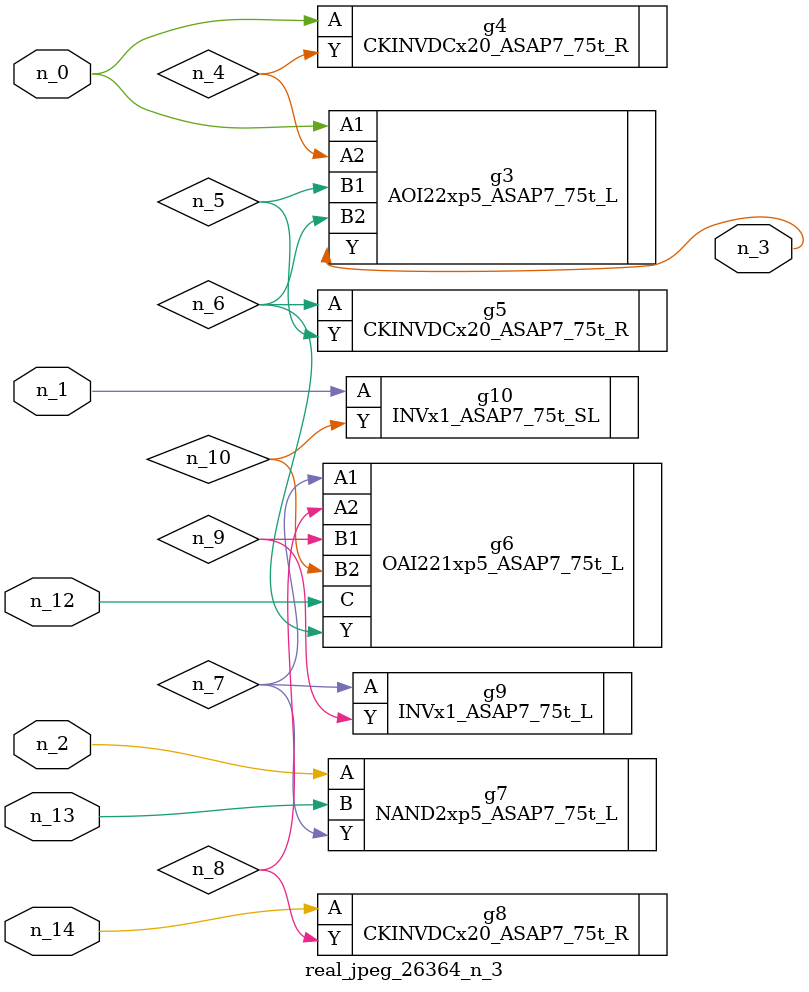
<source format=v>
module real_jpeg_26364_n_3 (n_12, n_0, n_1, n_14, n_2, n_13, n_3);

input n_12;
input n_0;
input n_1;
input n_14;
input n_2;
input n_13;

output n_3;

wire n_5;
wire n_4;
wire n_8;
wire n_10;
wire n_6;
wire n_7;
wire n_9;

AOI22xp5_ASAP7_75t_L g3 ( 
.A1(n_0),
.A2(n_4),
.B1(n_5),
.B2(n_6),
.Y(n_3)
);

CKINVDCx20_ASAP7_75t_R g4 ( 
.A(n_0),
.Y(n_4)
);

INVx1_ASAP7_75t_SL g10 ( 
.A(n_1),
.Y(n_10)
);

NAND2xp5_ASAP7_75t_L g7 ( 
.A(n_2),
.B(n_13),
.Y(n_7)
);

CKINVDCx20_ASAP7_75t_R g5 ( 
.A(n_6),
.Y(n_5)
);

OAI221xp5_ASAP7_75t_L g6 ( 
.A1(n_7),
.A2(n_8),
.B1(n_9),
.B2(n_10),
.C(n_12),
.Y(n_6)
);

INVx1_ASAP7_75t_L g9 ( 
.A(n_7),
.Y(n_9)
);

CKINVDCx20_ASAP7_75t_R g8 ( 
.A(n_14),
.Y(n_8)
);


endmodule
</source>
